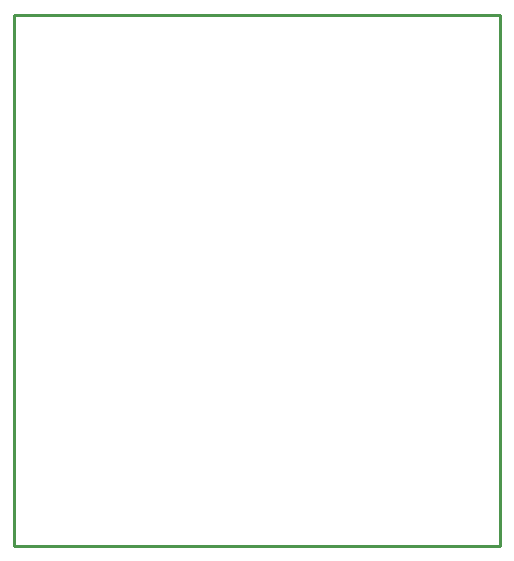
<source format=gko>
G04 Layer_Color=16711935*
%FSLAX23Y23*%
%MOIN*%
G70*
G01*
G75*
%ADD23C,0.010*%
D23*
X150Y0D02*
Y1772D01*
Y0D02*
X1772D01*
Y1772D01*
X150D02*
X1772D01*
M02*

</source>
